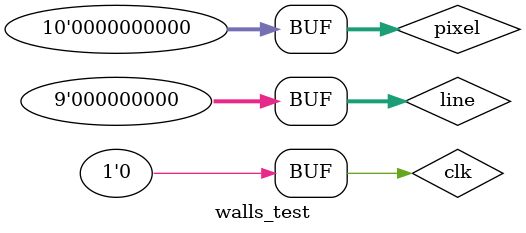
<source format=v>
`timescale 1ns / 1ps


module walls_test;

	// Inputs
	reg clk;
	reg [8:0] line;
	reg [9:0] pixel;

	// Outputs
	wire BitRaster;
	wire BitRasterIW;

	// Instantiate the Unit Under Test (UUT)
	walls uut (
		.clk(clk), 
		.line(line), 
		.pixel(pixel), 
		.BitRaster(BitRaster), 
		.BitRasterIW(BitRasterIW)
	);

	initial begin
		// Initialize Inputs
		clk = 0;
		line = 0;
		pixel = 0;

		// Wait 100 ns for global reset to finish
		#100;
        
		// Add stimulus here

	end
      
endmodule


</source>
